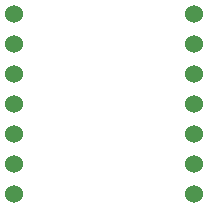
<source format=gbr>
%TF.GenerationSoftware,KiCad,Pcbnew,9.0.1*%
%TF.CreationDate,2025-06-13T20:33:13-06:00*%
%TF.ProjectId,AuraCTRL PCB,41757261-4354-4524-9c20-5043422e6b69,rev?*%
%TF.SameCoordinates,Original*%
%TF.FileFunction,Soldermask,Bot*%
%TF.FilePolarity,Negative*%
%FSLAX46Y46*%
G04 Gerber Fmt 4.6, Leading zero omitted, Abs format (unit mm)*
G04 Created by KiCad (PCBNEW 9.0.1) date 2025-06-13 20:33:13*
%MOMM*%
%LPD*%
G01*
G04 APERTURE LIST*
%ADD10C,1.524000*%
G04 APERTURE END LIST*
D10*
%TO.C,U1*%
X94234000Y-148082000D03*
X94234000Y-150622000D03*
X94234000Y-153162000D03*
X94234000Y-155702000D03*
X94234000Y-158242000D03*
X94234000Y-160782000D03*
X94234000Y-163322000D03*
X109474000Y-163322000D03*
X109474000Y-160782000D03*
X109474000Y-158242000D03*
X109474000Y-155702000D03*
X109474000Y-153162000D03*
X109474000Y-150622000D03*
X109474000Y-148082000D03*
%TD*%
M02*

</source>
